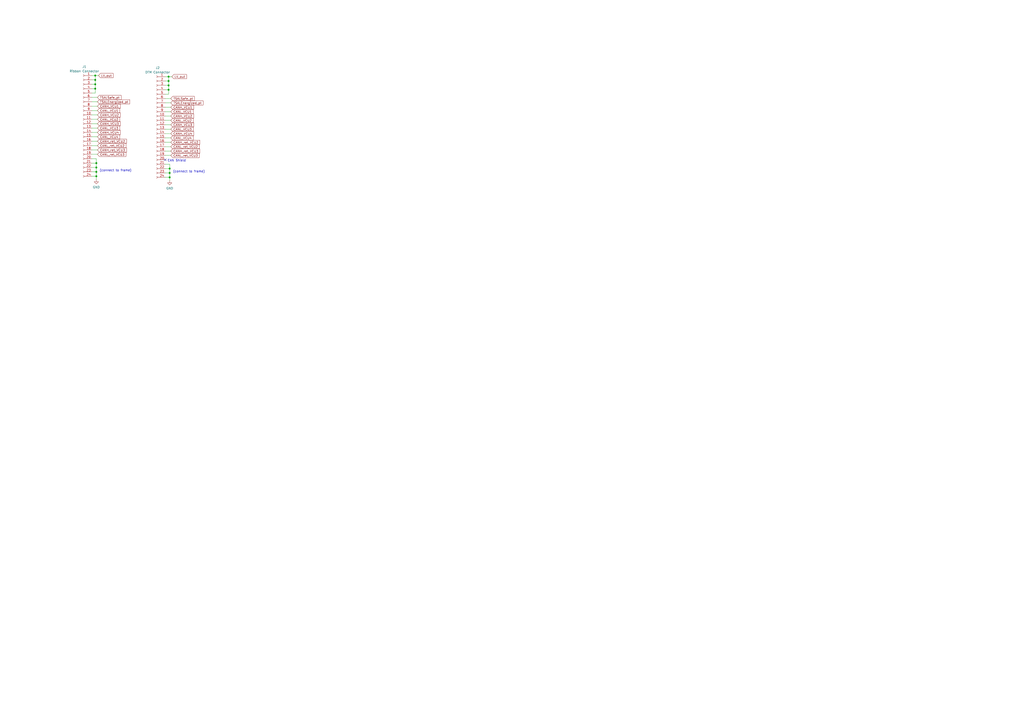
<source format=kicad_sch>
(kicad_sch (version 20211123) (generator eeschema)
  (paper "A2")
  (lib_symbols
    (symbol "Connector:Conn_01x24_Female" (pin_names (offset 1.016) hide)
      (property "Reference" "J" (at 0 30.48 0))
      (property "Value" "Conn_01x24_Female" (at 0 -33.02 0))
      (symbol "Conn_01x24_Female_1_1"
        (arc (start 0 -29.972) (mid -0.508 -30.48) (end 0 -30.988) (stroke (width 0.1524)))
        (arc (start 0 -27.432) (mid -0.508 -27.94) (end 0 -28.448) (stroke (width 0.1524)))
        (arc (start 0 -24.892) (mid -0.508 -25.4) (end 0 -25.908) (stroke (width 0.1524)))
        (arc (start 0 -22.352) (mid -0.508 -22.86) (end 0 -23.368) (stroke (width 0.1524)))
        (arc (start 0 -19.812) (mid -0.508 -20.32) (end 0 -20.828) (stroke (width 0.1524)))
        (arc (start 0 -17.272) (mid -0.508 -17.78) (end 0 -18.288) (stroke (width 0.1524)))
        (arc (start 0 -14.732) (mid -0.508 -15.24) (end 0 -15.748) (stroke (width 0.1524)))
        (arc (start 0 -12.192) (mid -0.508 -12.7) (end 0 -13.208) (stroke (width 0.1524)))
        (arc (start 0 -9.652) (mid -0.508 -10.16) (end 0 -10.668) (stroke (width 0.1524)))
        (arc (start 0 -7.112) (mid -0.508 -7.62) (end 0 -8.128) (stroke (width 0.1524)))
        (arc (start 0 -4.572) (mid -0.508 -5.08) (end 0 -5.588) (stroke (width 0.1524)))
        (arc (start 0 -2.032) (mid -0.508 -2.54) (end 0 -3.048) (stroke (width 0.1524)))
        (polyline (pts (xy -1.27 -30.48) (xy -0.508 -30.48)) (stroke (width 0.1524)))
        (polyline (pts (xy -1.27 -27.94) (xy -0.508 -27.94)) (stroke (width 0.1524)))
        (polyline (pts (xy -1.27 -25.4) (xy -0.508 -25.4)) (stroke (width 0.1524)))
        (polyline (pts (xy -1.27 -22.86) (xy -0.508 -22.86)) (stroke (width 0.1524)))
        (polyline (pts (xy -1.27 -20.32) (xy -0.508 -20.32)) (stroke (width 0.1524)))
        (polyline (pts (xy -1.27 -17.78) (xy -0.508 -17.78)) (stroke (width 0.1524)))
        (polyline (pts (xy -1.27 -15.24) (xy -0.508 -15.24)) (stroke (width 0.1524)))
        (polyline (pts (xy -1.27 -12.7) (xy -0.508 -12.7)) (stroke (width 0.1524)))
        (polyline (pts (xy -1.27 -10.16) (xy -0.508 -10.16)) (stroke (width 0.1524)))
        (polyline (pts (xy -1.27 -7.62) (xy -0.508 -7.62)) (stroke (width 0.1524)))
        (polyline (pts (xy -1.27 -5.08) (xy -0.508 -5.08)) (stroke (width 0.1524)))
        (polyline (pts (xy -1.27 -2.54) (xy -0.508 -2.54)) (stroke (width 0.1524)))
        (polyline (pts (xy -1.27 0) (xy -0.508 0)) (stroke (width 0.1524)))
        (polyline (pts (xy -1.27 2.54) (xy -0.508 2.54)) (stroke (width 0.1524)))
        (polyline (pts (xy -1.27 5.08) (xy -0.508 5.08)) (stroke (width 0.1524)))
        (polyline (pts (xy -1.27 7.62) (xy -0.508 7.62)) (stroke (width 0.1524)))
        (polyline (pts (xy -1.27 10.16) (xy -0.508 10.16)) (stroke (width 0.1524)))
        (polyline (pts (xy -1.27 12.7) (xy -0.508 12.7)) (stroke (width 0.1524)))
        (polyline (pts (xy -1.27 15.24) (xy -0.508 15.24)) (stroke (width 0.1524)))
        (polyline (pts (xy -1.27 17.78) (xy -0.508 17.78)) (stroke (width 0.1524)))
        (polyline (pts (xy -1.27 20.32) (xy -0.508 20.32)) (stroke (width 0.1524)))
        (polyline (pts (xy -1.27 22.86) (xy -0.508 22.86)) (stroke (width 0.1524)))
        (polyline (pts (xy -1.27 25.4) (xy -0.508 25.4)) (stroke (width 0.1524)))
        (polyline (pts (xy -1.27 27.94) (xy -0.508 27.94)) (stroke (width 0.1524)))
        (arc (start 0 0.508) (mid -0.508 0) (end 0 -0.508) (stroke (width 0.1524)))
        (arc (start 0 3.048) (mid -0.508 2.54) (end 0 2.032) (stroke (width 0.1524)))
        (arc (start 0 5.588) (mid -0.508 5.08) (end 0 4.572) (stroke (width 0.1524)))
        (arc (start 0 8.128) (mid -0.508 7.62) (end 0 7.112) (stroke (width 0.1524)))
        (arc (start 0 10.668) (mid -0.508 10.16) (end 0 9.652) (stroke (width 0.1524)))
        (arc (start 0 13.208) (mid -0.508 12.7) (end 0 12.192) (stroke (width 0.1524)))
        (arc (start 0 15.748) (mid -0.508 15.24) (end 0 14.732) (stroke (width 0.1524)))
        (arc (start 0 18.288) (mid -0.508 17.78) (end 0 17.272) (stroke (width 0.1524)))
        (arc (start 0 20.828) (mid -0.508 20.32) (end 0 19.812) (stroke (width 0.1524)))
        (arc (start 0 23.368) (mid -0.508 22.86) (end 0 22.352) (stroke (width 0.1524)))
        (arc (start 0 25.908) (mid -0.508 25.4) (end 0 24.892) (stroke (width 0.1524)))
        (arc (start 0 28.448) (mid -0.508 27.94) (end 0 27.432) (stroke (width 0.1524)))
        (pin passive line (at -5.08 27.94 0) (length 3.81) (name "Pin_1") (number "1"))
        (pin passive line (at -5.08 5.08 0) (length 3.81) (name "Pin_10") (number "10"))
        (pin passive line (at -5.08 2.54 0) (length 3.81) (name "Pin_11") (number "11"))
        (pin passive line (at -5.08 0 0) (length 3.81) (name "Pin_12") (number "12"))
        (pin passive line (at -5.08 -2.54 0) (length 3.81) (name "Pin_13") (number "13"))
        (pin passive line (at -5.08 -5.08 0) (length 3.81) (name "Pin_14") (number "14"))
        (pin passive line (at -5.08 -7.62 0) (length 3.81) (name "Pin_15") (number "15"))
        (pin passive line (at -5.08 -10.16 0) (length 3.81) (name "Pin_16") (number "16"))
        (pin passive line (at -5.08 -12.7 0) (length 3.81) (name "Pin_17") (number "17"))
        (pin passive line (at -5.08 -15.24 0) (length 3.81) (name "Pin_18") (number "18"))
        (pin passive line (at -5.08 -17.78 0) (length 3.81) (name "Pin_19") (number "19"))
        (pin passive line (at -5.08 25.4 0) (length 3.81) (name "Pin_2") (number "2"))
        (pin passive line (at -5.08 -20.32 0) (length 3.81) (name "Pin_20") (number "20"))
        (pin passive line (at -5.08 -22.86 0) (length 3.81) (name "Pin_21") (number "21"))
        (pin passive line (at -5.08 -25.4 0) (length 3.81) (name "Pin_22") (number "22"))
        (pin passive line (at -5.08 -27.94 0) (length 3.81) (name "Pin_23") (number "23"))
        (pin passive line (at -5.08 -30.48 0) (length 3.81) (name "Pin_24") (number "24"))
        (pin passive line (at -5.08 22.86 0) (length 3.81) (name "Pin_3") (number "3"))
        (pin passive line (at -5.08 20.32 0) (length 3.81) (name "Pin_4") (number "4"))
        (pin passive line (at -5.08 17.78 0) (length 3.81) (name "Pin_5") (number "5"))
        (pin passive line (at -5.08 15.24 0) (length 3.81) (name "Pin_6") (number "6"))
        (pin passive line (at -5.08 12.7 0) (length 3.81) (name "Pin_7") (number "7"))
        (pin passive line (at -5.08 10.16 0) (length 3.81) (name "Pin_8") (number "8"))
        (pin passive line (at -5.08 7.62 0) (length 3.81) (name "Pin_9") (number "9"))
      )
    )
    (symbol "power:GND" (power) (pin_names (offset 0))
      (property "Value" "GND" (at 0 -3.81 0))
      (symbol "GND_0_1"
        (polyline (pts (xy 0 0) (xy 0 -1.27) (xy 1.27 -1.27) (xy 0 -2.54) (xy -1.27 -1.27) (xy 0 -1.27)))
      )
      (symbol "GND_1_1"
        (pin power_in line (at 0 0 270) (length 0) hide (name "GND") (number "1"))
      )
    )
  )
  (junction (at 55.245 43.815))
  (junction (at 97.79 46.99))
  (junction (at 55.245 48.895))
  (junction (at 97.79 52.07))
  (junction (at 98.425 100.33))
  (junction (at 55.88 102.235))
  (junction (at 55.88 99.695))
  (junction (at 55.245 51.435))
  (junction (at 55.245 46.355))
  (junction (at 55.88 97.155))
  (junction (at 98.425 97.79))
  (junction (at 55.88 94.615))
  (junction (at 97.79 44.45))
  (junction (at 98.425 102.87))
  (junction (at 97.79 49.53))
  (no_connect (at 95.885 92.71))
  (wire (pts (xy 99.06 85.09) (xy 95.885 85.09)))
  (wire (pts (xy 56.515 59.055) (xy 53.34 59.055)))
  (wire (pts (xy 95.885 46.99) (xy 97.79 46.99)))
  (wire (pts (xy 56.515 84.455) (xy 53.34 84.455)))
  (wire (pts (xy 95.885 95.25) (xy 98.425 95.25)))
  (wire (pts (xy 56.515 79.375) (xy 53.34 79.375)))
  (wire (pts (xy 53.34 94.615) (xy 55.88 94.615)))
  (wire (pts (xy 97.79 54.61) (xy 95.885 54.61)))
  (wire (pts (xy 56.515 71.755) (xy 53.34 71.755)))
  (wire (pts (xy 95.885 52.07) (xy 97.79 52.07)))
  (wire (pts (xy 99.06 77.47) (xy 95.885 77.47)))
  (wire (pts (xy 53.34 51.435) (xy 55.245 51.435)))
  (wire (pts (xy 55.245 43.815) (xy 57.15 43.815)))
  (wire (pts (xy 95.885 49.53) (xy 97.79 49.53)))
  (wire (pts (xy 55.88 99.695) (xy 55.88 102.235)))
  (wire (pts (xy 97.79 52.07) (xy 97.79 54.61)))
  (wire (pts (xy 56.515 61.595) (xy 53.34 61.595)))
  (wire (pts (xy 99.06 80.01) (xy 95.885 80.01)))
  (wire (pts (xy 97.79 44.45) (xy 97.79 46.99)))
  (wire (pts (xy 97.79 49.53) (xy 97.79 52.07)))
  (wire (pts (xy 55.88 94.615) (xy 55.88 97.155)))
  (wire (pts (xy 56.515 74.295) (xy 53.34 74.295)))
  (wire (pts (xy 55.245 48.895) (xy 55.245 51.435)))
  (wire (pts (xy 53.34 46.355) (xy 55.245 46.355)))
  (wire (pts (xy 56.515 86.995) (xy 53.34 86.995)))
  (wire (pts (xy 55.88 97.155) (xy 55.88 99.695)))
  (wire (pts (xy 98.425 97.79) (xy 98.425 100.33)))
  (wire (pts (xy 56.515 66.675) (xy 53.34 66.675)))
  (wire (pts (xy 55.245 43.815) (xy 55.245 46.355)))
  (wire (pts (xy 55.88 104.14) (xy 55.88 102.235)))
  (wire (pts (xy 99.06 74.93) (xy 95.885 74.93)))
  (wire (pts (xy 98.425 100.33) (xy 98.425 102.87)))
  (wire (pts (xy 56.515 89.535) (xy 53.34 89.535)))
  (wire (pts (xy 97.79 44.45) (xy 99.695 44.45)))
  (wire (pts (xy 56.515 56.515) (xy 53.34 56.515)))
  (wire (pts (xy 55.88 94.615) (xy 55.88 92.075)))
  (wire (pts (xy 95.885 44.45) (xy 97.79 44.45)))
  (wire (pts (xy 99.06 72.39) (xy 95.885 72.39)))
  (wire (pts (xy 99.06 87.63) (xy 95.885 87.63)))
  (wire (pts (xy 53.34 99.695) (xy 55.88 99.695)))
  (wire (pts (xy 55.88 92.075) (xy 53.34 92.075)))
  (wire (pts (xy 99.06 62.23) (xy 95.885 62.23)))
  (wire (pts (xy 53.34 102.235) (xy 55.88 102.235)))
  (wire (pts (xy 56.515 76.835) (xy 53.34 76.835)))
  (wire (pts (xy 55.245 46.355) (xy 55.245 48.895)))
  (wire (pts (xy 56.515 81.915) (xy 53.34 81.915)))
  (wire (pts (xy 99.06 64.77) (xy 95.885 64.77)))
  (wire (pts (xy 56.515 64.135) (xy 53.34 64.135)))
  (wire (pts (xy 99.06 82.55) (xy 95.885 82.55)))
  (wire (pts (xy 56.515 69.215) (xy 53.34 69.215)))
  (wire (pts (xy 98.425 104.775) (xy 98.425 102.87)))
  (wire (pts (xy 55.245 53.975) (xy 53.34 53.975)))
  (wire (pts (xy 99.06 90.17) (xy 95.885 90.17)))
  (wire (pts (xy 55.245 51.435) (xy 55.245 53.975)))
  (wire (pts (xy 99.06 59.69) (xy 95.885 59.69)))
  (wire (pts (xy 95.885 97.79) (xy 98.425 97.79)))
  (wire (pts (xy 95.885 102.87) (xy 98.425 102.87)))
  (wire (pts (xy 53.34 43.815) (xy 55.245 43.815)))
  (wire (pts (xy 98.425 95.25) (xy 98.425 97.79)))
  (wire (pts (xy 97.79 46.99) (xy 97.79 49.53)))
  (wire (pts (xy 99.06 69.85) (xy 95.885 69.85)))
  (wire (pts (xy 99.06 57.15) (xy 95.885 57.15)))
  (wire (pts (xy 99.06 67.31) (xy 95.885 67.31)))
  (wire (pts (xy 95.885 100.33) (xy 98.425 100.33)))
  (wire (pts (xy 53.34 48.895) (xy 55.245 48.895)))
  (wire (pts (xy 53.34 97.155) (xy 55.88 97.155)))
  (text "CAN Shield" (at 97.155 93.98 0) (effects (font (size 1.27 1.27)) (justify left bottom)))
  (text "(connect to frame)" (at 100.33 100.33 0) (effects (font (size 1.27 1.27)) (justify left bottom)))
  (text "(connect to frame)" (at 57.785 99.695 0) (effects (font (size 1.27 1.27)) (justify left bottom)))
  (global_label "CANH_VCU1" (shape input) (at 56.515 61.595 0) (property "Intersheet References" "${INTERSHEET_REFS}" (effects hide)))
  (global_label "CANH_VCU3" (shape input) (at 56.515 71.755 0) (property "Intersheet References" "${INTERSHEET_REFS}" (effects hide)))
  (global_label "CANL_VCU1" (shape input) (at 99.06 64.77 0) (property "Intersheet References" "${INTERSHEET_REFS}" (effects hide)))
  (global_label "TSALEnergized_pt" (shape input) (at 99.06 59.69 0) (property "Intersheet References" "${INTERSHEET_REFS}" (effects hide)))
  (global_label "CANL_VCU3" (shape input) (at 99.06 74.93 0) (property "Intersheet References" "${INTERSHEET_REFS}" (effects hide)))
  (global_label "CANL_VCU1" (shape input) (at 56.515 64.135 0) (property "Intersheet References" "${INTERSHEET_REFS}" (effects hide)))
  (global_label "CANH_VCU2" (shape input) (at 56.515 66.675 0) (property "Intersheet References" "${INTERSHEET_REFS}" (effects hide)))
  (global_label "CANL_VCU2" (shape input) (at 56.515 69.215 0) (property "Intersheet References" "${INTERSHEET_REFS}" (effects hide)))
  (global_label "CANL_VCU4" (shape input) (at 99.06 80.01 0) (property "Intersheet References" "${INTERSHEET_REFS}" (effects hide)))
  (global_label "CANH_VCU4" (shape input) (at 99.06 77.47 0) (property "Intersheet References" "${INTERSHEET_REFS}" (effects hide)))
  (global_label "CANH_VCU3" (shape input) (at 99.06 72.39 0) (property "Intersheet References" "${INTERSHEET_REFS}" (effects hide)))
  (global_label "CANH_VCU4" (shape input) (at 56.515 76.835 0) (property "Intersheet References" "${INTERSHEET_REFS}" (effects hide)))
  (global_label "LV_out" (shape input) (at 99.695 44.45 0) (property "Intersheet References" "${INTERSHEET_REFS}" (effects hide)))
  (global_label "CANH_ret_VCU3" (shape input) (at 99.06 87.63 0) (property "Intersheet References" "${INTERSHEET_REFS}" (effects hide)))
  (global_label "CANH_VCU2" (shape input) (at 99.06 67.31 0) (property "Intersheet References" "${INTERSHEET_REFS}" (effects hide)))
  (global_label "TSALSafe_pt" (shape input) (at 56.515 56.515 0) (property "Intersheet References" "${INTERSHEET_REFS}" (effects hide)))
  (global_label "CANL_ret_VCU2" (shape input) (at 99.06 85.09 0) (property "Intersheet References" "${INTERSHEET_REFS}" (effects hide)))
  (global_label "CANL_VCU2" (shape input) (at 99.06 69.85 0) (property "Intersheet References" "${INTERSHEET_REFS}" (effects hide)))
  (global_label "CANL_ret_VCU3" (shape input) (at 99.06 90.17 0) (property "Intersheet References" "${INTERSHEET_REFS}" (effects hide)))
  (global_label "LV_out" (shape input) (at 57.15 43.815 0) (property "Intersheet References" "${INTERSHEET_REFS}" (effects hide)))
  (global_label "TSALEnergized_pt" (shape input) (at 56.515 59.055 0) (property "Intersheet References" "${INTERSHEET_REFS}" (effects hide)))
  (global_label "CANL_ret_VCU2" (shape input) (at 56.515 84.455 0) (property "Intersheet References" "${INTERSHEET_REFS}" (effects hide)))
  (global_label "CANH_ret_VCU2" (shape input) (at 56.515 81.915 0) (property "Intersheet References" "${INTERSHEET_REFS}" (effects hide)))
  (global_label "CANL_VCU4" (shape input) (at 56.515 79.375 0) (property "Intersheet References" "${INTERSHEET_REFS}" (effects hide)))
  (global_label "CANH_VCU1" (shape input) (at 99.06 62.23 0) (property "Intersheet References" "${INTERSHEET_REFS}" (effects hide)))
  (global_label "CANL_VCU3" (shape input) (at 56.515 74.295 0) (property "Intersheet References" "${INTERSHEET_REFS}" (effects hide)))
  (global_label "CANH_ret_VCU2" (shape input) (at 99.06 82.55 0) (property "Intersheet References" "${INTERSHEET_REFS}" (effects hide)))
  (global_label "CANL_ret_VCU3" (shape input) (at 56.515 89.535 0) (property "Intersheet References" "${INTERSHEET_REFS}" (effects hide)))
  (global_label "TSALSafe_pt" (shape input) (at 99.06 57.15 0) (property "Intersheet References" "${INTERSHEET_REFS}" (effects hide)))
  (global_label "CANH_ret_VCU3" (shape input) (at 56.515 86.995 0) (property "Intersheet References" "${INTERSHEET_REFS}" (effects hide)))
  (symbol (lib_id "power:GND") (at 98.425 104.775 0) (unit 1)
    (property "Reference" "#PWR01" (effects hide))
    (property "Value" "GND" (at 98.425 109.22 0))
  )
  (symbol (lib_id "Connector:Conn_01x24_Female") (at 48.26 71.755 0) (mirror y) (unit 1)
    (property "Reference" "J1" (at 48.895 38.735 0))
    (property "Value" "Ribbon Connector" (at 48.895 41.275 0))
  )
  (symbol (lib_id "Connector:Conn_01x24_Female") (at 90.805 72.39 0) (mirror y) (unit 1)
    (property "Reference" "J2" (at 91.44 39.37 0))
    (property "Value" "DTM Connector" (at 91.44 41.91 0))
  )
  (symbol (lib_id "power:GND") (at 55.88 104.14 0) (unit 1)
    (property "Reference" "#PWR?" (effects hide))
    (property "Value" "GND" (at 55.88 108.585 0))
  )
)
</source>
